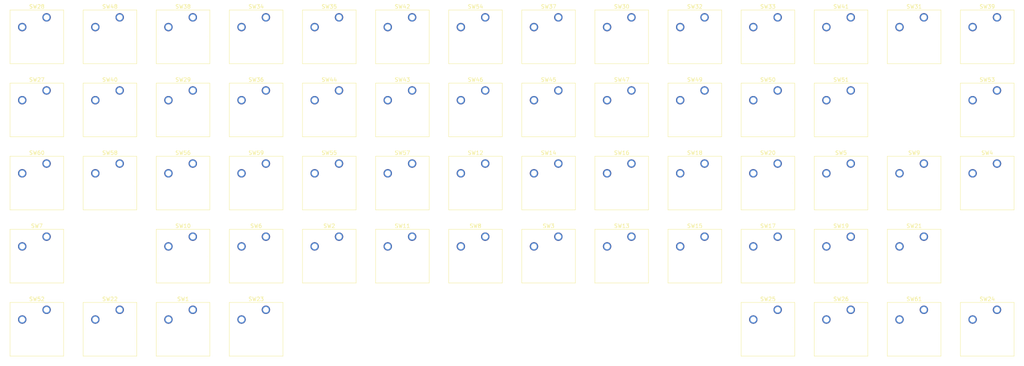
<source format=kicad_pcb>
(kicad_pcb (version 20210925) (generator pcbnew)
  (layers (0 "F.Cu" signal) (31 "B.Cu" signal) (34 "B.Paste" user) (35 "F.Paste" user) (36 "B.SilkS" user "B.Silkscreen") (37 "F.SilkS" user "F.Silkscreen") (38 "B.Mask" user) (39 "F.Mask" user) (44 "Edge.Cuts" user))
  (net 0 "")
  (footprint "Button_Switch_Keyboard:SW_Cherry_MX_1.00u_PCB" (layer "F.Cu") (at 152.4 95.25)
    (fp_text reference "SW34" (at -2.54 -2.794) (layer "F.SilkS"))
    (fp_text value "SW_Push")
    (pad "" np_thru_hole circle locked (at 2.54 5.08) (size 1.7 1.7) (drill 1.7) (layers *.Cu *.Mask))
    (pad "" np_thru_hole circle locked (at -2.54 5.08) (size 4 4) (drill 4) (layers *.Cu *.Mask))
    (pad "" np_thru_hole circle locked (at -7.62 5.08) (size 1.7 1.7) (drill 1.7) (layers *.Cu *.Mask))
    (pad "1" thru_hole circle locked (at 0 0) (size 2.2 2.2) (drill 1.5) (layers *.Cu *.Mask))
    (pad "2" thru_hole circle locked (at -6.35 2.54) (size 2.2 2.2) (drill 1.5) (layers *.Cu *.Mask))
  )
  (footprint "Button_Switch_Keyboard:SW_Cherry_MX_1.00u_PCB" (layer "F.Cu") (at 228.6 133.35)
    (fp_text reference "SW14" (at -2.54 -2.794) (layer "F.SilkS"))
    (fp_text value "SW_Push")
    (pad "" np_thru_hole circle locked (at -7.62 5.08) (size 1.7 1.7) (drill 1.7) (layers *.Cu *.Mask))
    (pad "" np_thru_hole circle locked (at -2.54 5.08) (size 4 4) (drill 4) (layers *.Cu *.Mask))
    (pad "" np_thru_hole circle locked (at 2.54 5.08) (size 1.7 1.7) (drill 1.7) (layers *.Cu *.Mask))
    (pad "1" thru_hole circle locked (at 0 0) (size 2.2 2.2) (drill 1.5) (layers *.Cu *.Mask))
    (pad "2" thru_hole circle locked (at -6.35 2.54) (size 2.2 2.2) (drill 1.5) (layers *.Cu *.Mask))
  )
  (footprint "Button_Switch_Keyboard:SW_Cherry_MX_1.00u_PCB" (layer "F.Cu") (at 190.5 152.4)
    (fp_text reference "SW11" (at -2.54 -2.794) (layer "F.SilkS"))
    (fp_text value "SW_Push")
    (pad "" np_thru_hole circle locked (at -2.54 5.08) (size 4 4) (drill 4) (layers *.Cu *.Mask))
    (pad "" np_thru_hole circle locked (at -7.62 5.08) (size 1.7 1.7) (drill 1.7) (layers *.Cu *.Mask))
    (pad "" np_thru_hole circle locked (at 2.54 5.08) (size 1.7 1.7) (drill 1.7) (layers *.Cu *.Mask))
    (pad "1" thru_hole circle locked (at 0 0) (size 2.2 2.2) (drill 1.5) (layers *.Cu *.Mask))
    (pad "2" thru_hole circle locked (at -6.35 2.54) (size 2.2 2.2) (drill 1.5) (layers *.Cu *.Mask))
  )
  (footprint "Button_Switch_Keyboard:SW_Cherry_MX_1.00u_PCB" (layer "F.Cu") (at 171.45 95.25)
    (fp_text reference "SW35" (at -2.54 -2.794) (layer "F.SilkS"))
    (fp_text value "SW_Push")
    (pad "" np_thru_hole circle locked (at -2.54 5.08) (size 4 4) (drill 4) (layers *.Cu *.Mask))
    (pad "" np_thru_hole circle locked (at -7.62 5.08) (size 1.7 1.7) (drill 1.7) (layers *.Cu *.Mask))
    (pad "" np_thru_hole circle locked (at 2.54 5.08) (size 1.7 1.7) (drill 1.7) (layers *.Cu *.Mask))
    (pad "1" thru_hole circle locked (at 0 0) (size 2.2 2.2) (drill 1.5) (layers *.Cu *.Mask))
    (pad "2" thru_hole circle locked (at -6.35 2.54) (size 2.2 2.2) (drill 1.5) (layers *.Cu *.Mask))
  )
  (footprint "Button_Switch_Keyboard:SW_Cherry_MX_1.00u_PCB" (layer "F.Cu") (at 266.7 152.4)
    (fp_text reference "SW15" (at -2.54 -2.794) (layer "F.SilkS"))
    (fp_text value "SW_Push")
    (pad "" np_thru_hole circle locked (at -2.54 5.08) (size 4 4) (drill 4) (layers *.Cu *.Mask))
    (pad "" np_thru_hole circle locked (at -7.62 5.08) (size 1.7 1.7) (drill 1.7) (layers *.Cu *.Mask))
    (pad "" np_thru_hole circle locked (at 2.54 5.08) (size 1.7 1.7) (drill 1.7) (layers *.Cu *.Mask))
    (pad "1" thru_hole circle locked (at 0 0) (size 2.2 2.2) (drill 1.5) (layers *.Cu *.Mask))
    (pad "2" thru_hole circle locked (at -6.35 2.54) (size 2.2 2.2) (drill 1.5) (layers *.Cu *.Mask))
  )
  (footprint "Button_Switch_Keyboard:SW_Cherry_MX_1.00u_PCB" (layer "F.Cu") (at 133.35 114.3)
    (fp_text reference "SW29" (at -2.54 -2.794) (layer "F.SilkS"))
    (fp_text value "SW_Push")
    (pad "" np_thru_hole circle locked (at 2.54 5.08) (size 1.7 1.7) (drill 1.7) (layers *.Cu *.Mask))
    (pad "" np_thru_hole circle locked (at -2.54 5.08) (size 4 4) (drill 4) (layers *.Cu *.Mask))
    (pad "" np_thru_hole circle locked (at -7.62 5.08) (size 1.7 1.7) (drill 1.7) (layers *.Cu *.Mask))
    (pad "1" thru_hole circle locked (at 0 0) (size 2.2 2.2) (drill 1.5) (layers *.Cu *.Mask))
    (pad "2" thru_hole circle locked (at -6.35 2.54) (size 2.2 2.2) (drill 1.5) (layers *.Cu *.Mask))
  )
  (footprint "Button_Switch_Keyboard:SW_Cherry_MX_1.00u_PCB" (layer "F.Cu") (at 209.55 133.35)
    (fp_text reference "SW12" (at -2.54 -2.794) (layer "F.SilkS"))
    (fp_text value "SW_Push")
    (pad "" np_thru_hole circle locked (at -2.54 5.08) (size 4 4) (drill 4) (layers *.Cu *.Mask))
    (pad "" np_thru_hole circle locked (at -7.62 5.08) (size 1.7 1.7) (drill 1.7) (layers *.Cu *.Mask))
    (pad "" np_thru_hole circle locked (at 2.54 5.08) (size 1.7 1.7) (drill 1.7) (layers *.Cu *.Mask))
    (pad "1" thru_hole circle locked (at 0 0) (size 2.2 2.2) (drill 1.5) (layers *.Cu *.Mask))
    (pad "2" thru_hole circle locked (at -6.35 2.54) (size 2.2 2.2) (drill 1.5) (layers *.Cu *.Mask))
  )
  (footprint "Button_Switch_Keyboard:SW_Cherry_MX_1.00u_PCB" (layer "F.Cu") (at 266.7 114.3)
    (fp_text reference "SW49" (at -2.54 -2.794) (layer "F.SilkS"))
    (fp_text value "SW_Push")
    (pad "" np_thru_hole circle locked (at 2.54 5.08) (size 1.7 1.7) (drill 1.7) (layers *.Cu *.Mask))
    (pad "" np_thru_hole circle locked (at -2.54 5.08) (size 4 4) (drill 4) (layers *.Cu *.Mask))
    (pad "" np_thru_hole circle locked (at -7.62 5.08) (size 1.7 1.7) (drill 1.7) (layers *.Cu *.Mask))
    (pad "1" thru_hole circle locked (at 0 0) (size 2.2 2.2) (drill 1.5) (layers *.Cu *.Mask))
    (pad "2" thru_hole circle locked (at -6.35 2.54) (size 2.2 2.2) (drill 1.5) (layers *.Cu *.Mask))
  )
  (footprint "Button_Switch_Keyboard:SW_Cherry_MX_1.00u_PCB" (layer "F.Cu") (at 342.9 95.25)
    (fp_text reference "SW39" (at -2.54 -2.794) (layer "F.SilkS"))
    (fp_text value "SW_Push")
    (pad "" np_thru_hole circle locked (at -7.62 5.08) (size 1.7 1.7) (drill 1.7) (layers *.Cu *.Mask))
    (pad "" np_thru_hole circle locked (at -2.54 5.08) (size 4 4) (drill 4) (layers *.Cu *.Mask))
    (pad "" np_thru_hole circle locked (at 2.54 5.08) (size 1.7 1.7) (drill 1.7) (layers *.Cu *.Mask))
    (pad "1" thru_hole circle locked (at 0 0) (size 2.2 2.2) (drill 1.5) (layers *.Cu *.Mask))
    (pad "2" thru_hole circle locked (at -6.35 2.54) (size 2.2 2.2) (drill 1.5) (layers *.Cu *.Mask))
  )
  (footprint "Button_Switch_Keyboard:SW_Cherry_MX_1.00u_PCB" (layer "F.Cu") (at 133.35 95.25)
    (fp_text reference "SW38" (at -2.54 -2.794) (layer "F.SilkS"))
    (fp_text value "SW_Push")
    (pad "" np_thru_hole circle locked (at 2.54 5.08) (size 1.7 1.7) (drill 1.7) (layers *.Cu *.Mask))
    (pad "" np_thru_hole circle locked (at -7.62 5.08) (size 1.7 1.7) (drill 1.7) (layers *.Cu *.Mask))
    (pad "" np_thru_hole circle locked (at -2.54 5.08) (size 4 4) (drill 4) (layers *.Cu *.Mask))
    (pad "1" thru_hole circle locked (at 0 0) (size 2.2 2.2) (drill 1.5) (layers *.Cu *.Mask))
    (pad "2" thru_hole circle locked (at -6.35 2.54) (size 2.2 2.2) (drill 1.5) (layers *.Cu *.Mask))
  )
  (footprint "Button_Switch_Keyboard:SW_Cherry_MX_1.00u_PCB" (layer "F.Cu") (at 133.35 171.45)
    (fp_text reference "SW1" (at -2.54 -2.794) (layer "F.SilkS"))
    (fp_text value "SW_Push")
    (pad "" np_thru_hole circle locked (at 2.54 5.08) (size 1.7 1.7) (drill 1.7) (layers *.Cu *.Mask))
    (pad "" np_thru_hole circle locked (at -7.62 5.08) (size 1.7 1.7) (drill 1.7) (layers *.Cu *.Mask))
    (pad "" np_thru_hole circle locked (at -2.54 5.08) (size 4 4) (drill 4) (layers *.Cu *.Mask))
    (pad "1" thru_hole circle locked (at 0 0) (size 2.2 2.2) (drill 1.5) (layers *.Cu *.Mask))
    (pad "2" thru_hole circle locked (at -6.35 2.54) (size 2.2 2.2) (drill 1.5) (layers *.Cu *.Mask))
  )
  (footprint "Button_Switch_Keyboard:SW_Cherry_MX_1.00u_PCB" (layer "F.Cu") (at 323.85 133.35)
    (fp_text reference "SW9" (at -2.54 -2.794) (layer "F.SilkS"))
    (fp_text value "SW_Push")
    (pad "" np_thru_hole circle locked (at 2.54 5.08) (size 1.7 1.7) (drill 1.7) (layers *.Cu *.Mask))
    (pad "" np_thru_hole circle locked (at -2.54 5.08) (size 4 4) (drill 4) (layers *.Cu *.Mask))
    (pad "" np_thru_hole circle locked (at -7.62 5.08) (size 1.7 1.7) (drill 1.7) (layers *.Cu *.Mask))
    (pad "1" thru_hole circle locked (at 0 0) (size 2.2 2.2) (drill 1.5) (layers *.Cu *.Mask))
    (pad "2" thru_hole circle locked (at -6.35 2.54) (size 2.2 2.2) (drill 1.5) (layers *.Cu *.Mask))
  )
  (footprint "Button_Switch_Keyboard:SW_Cherry_MX_1.00u_PCB" (layer "F.Cu") (at 209.55 152.4)
    (fp_text reference "SW8" (at -2.54 -2.794) (layer "F.SilkS"))
    (fp_text value "SW_Push")
    (pad "" np_thru_hole circle locked (at -7.62 5.08) (size 1.7 1.7) (drill 1.7) (layers *.Cu *.Mask))
    (pad "" np_thru_hole circle locked (at -2.54 5.08) (size 4 4) (drill 4) (layers *.Cu *.Mask))
    (pad "" np_thru_hole circle locked (at 2.54 5.08) (size 1.7 1.7) (drill 1.7) (layers *.Cu *.Mask))
    (pad "1" thru_hole circle locked (at 0 0) (size 2.2 2.2) (drill 1.5) (layers *.Cu *.Mask))
    (pad "2" thru_hole circle locked (at -6.35 2.54) (size 2.2 2.2) (drill 1.5) (layers *.Cu *.Mask))
  )
  (footprint "Button_Switch_Keyboard:SW_Cherry_MX_1.00u_PCB" (layer "F.Cu") (at 285.75 133.35)
    (fp_text reference "SW20" (at -2.54 -2.794) (layer "F.SilkS"))
    (fp_text value "SW_Push")
    (pad "" np_thru_hole circle locked (at -2.54 5.08) (size 4 4) (drill 4) (layers *.Cu *.Mask))
    (pad "" np_thru_hole circle locked (at 2.54 5.08) (size 1.7 1.7) (drill 1.7) (layers *.Cu *.Mask))
    (pad "" np_thru_hole circle locked (at -7.62 5.08) (size 1.7 1.7) (drill 1.7) (layers *.Cu *.Mask))
    (pad "1" thru_hole circle locked (at 0 0) (size 2.2 2.2) (drill 1.5) (layers *.Cu *.Mask))
    (pad "2" thru_hole circle locked (at -6.35 2.54) (size 2.2 2.2) (drill 1.5) (layers *.Cu *.Mask))
  )
  (footprint "Button_Switch_Keyboard:SW_Cherry_MX_1.00u_PCB" (layer "F.Cu") (at 152.4 171.45)
    (fp_text reference "SW23" (at -2.54 -2.794) (layer "F.SilkS"))
    (fp_text value "SW_Push")
    (pad "" np_thru_hole circle locked (at -7.62 5.08) (size 1.7 1.7) (drill 1.7) (layers *.Cu *.Mask))
    (pad "" np_thru_hole circle locked (at -2.54 5.08) (size 4 4) (drill 4) (layers *.Cu *.Mask))
    (pad "" np_thru_hole circle locked (at 2.54 5.08) (size 1.7 1.7) (drill 1.7) (layers *.Cu *.Mask))
    (pad "1" thru_hole circle locked (at 0 0) (size 2.2 2.2) (drill 1.5) (layers *.Cu *.Mask))
    (pad "2" thru_hole circle locked (at -6.35 2.54) (size 2.2 2.2) (drill 1.5) (layers *.Cu *.Mask))
  )
  (footprint "Button_Switch_Keyboard:SW_Cherry_MX_1.00u_PCB" (layer "F.Cu") (at 171.45 133.35)
    (fp_text reference "SW55" (at -2.54 -2.794) (layer "F.SilkS"))
    (fp_text value "SW_Push")
    (pad "" np_thru_hole circle locked (at -7.62 5.08) (size 1.7 1.7) (drill 1.7) (layers *.Cu *.Mask))
    (pad "" np_thru_hole circle locked (at 2.54 5.08) (size 1.7 1.7) (drill 1.7) (layers *.Cu *.Mask))
    (pad "" np_thru_hole circle locked (at -2.54 5.08) (size 4 4) (drill 4) (layers *.Cu *.Mask))
    (pad "1" thru_hole circle locked (at 0 0) (size 2.2 2.2) (drill 1.5) (layers *.Cu *.Mask))
    (pad "2" thru_hole circle locked (at -6.35 2.54) (size 2.2 2.2) (drill 1.5) (layers *.Cu *.Mask))
  )
  (footprint "Button_Switch_Keyboard:SW_Cherry_MX_1.00u_PCB" (layer "F.Cu") (at 114.3 114.3)
    (fp_text reference "SW40" (at -2.54 -2.794) (layer "F.SilkS"))
    (fp_text value "SW_Push")
    (pad "" np_thru_hole circle locked (at -7.62 5.08) (size 1.7 1.7) (drill 1.7) (layers *.Cu *.Mask))
    (pad "" np_thru_hole circle locked (at -2.54 5.08) (size 4 4) (drill 4) (layers *.Cu *.Mask))
    (pad "" np_thru_hole circle locked (at 2.54 5.08) (size 1.7 1.7) (drill 1.7) (layers *.Cu *.Mask))
    (pad "1" thru_hole circle locked (at 0 0) (size 2.2 2.2) (drill 1.5) (layers *.Cu *.Mask))
    (pad "2" thru_hole circle locked (at -6.35 2.54) (size 2.2 2.2) (drill 1.5) (layers *.Cu *.Mask))
  )
  (footprint "Button_Switch_Keyboard:SW_Cherry_MX_1.00u_PCB" (layer "F.Cu") (at 114.3 95.25)
    (fp_text reference "SW48" (at -2.54 -2.794) (layer "F.SilkS"))
    (fp_text value "SW_Push")
    (pad "" np_thru_hole circle locked (at -2.54 5.08) (size 4 4) (drill 4) (layers *.Cu *.Mask))
    (pad "" np_thru_hole circle locked (at 2.54 5.08) (size 1.7 1.7) (drill 1.7) (layers *.Cu *.Mask))
    (pad "" np_thru_hole circle locked (at -7.62 5.08) (size 1.7 1.7) (drill 1.7) (layers *.Cu *.Mask))
    (pad "1" thru_hole circle locked (at 0 0) (size 2.2 2.2) (drill 1.5) (layers *.Cu *.Mask))
    (pad "2" thru_hole circle locked (at -6.35 2.54) (size 2.2 2.2) (drill 1.5) (layers *.Cu *.Mask))
  )
  (footprint "Button_Switch_Keyboard:SW_Cherry_MX_1.00u_PCB" (layer "F.Cu") (at 323.85 95.25)
    (fp_text reference "SW31" (at -2.54 -2.794) (layer "F.SilkS"))
    (fp_text value "SW_Push")
    (pad "" np_thru_hole circle locked (at 2.54 5.08) (size 1.7 1.7) (drill 1.7) (layers *.Cu *.Mask))
    (pad "" np_thru_hole circle locked (at -2.54 5.08) (size 4 4) (drill 4) (layers *.Cu *.Mask))
    (pad "" np_thru_hole circle locked (at -7.62 5.08) (size 1.7 1.7) (drill 1.7) (layers *.Cu *.Mask))
    (pad "1" thru_hole circle locked (at 0 0) (size 2.2 2.2) (drill 1.5) (layers *.Cu *.Mask))
    (pad "2" thru_hole circle locked (at -6.35 2.54) (size 2.2 2.2) (drill 1.5) (layers *.Cu *.Mask))
  )
  (footprint "Button_Switch_Keyboard:SW_Cherry_MX_1.00u_PCB" (layer "F.Cu") (at 342.9 133.35)
    (fp_text reference "SW4" (at -2.54 -2.794) (layer "F.SilkS"))
    (fp_text value "SW_Push")
    (pad "" np_thru_hole circle locked (at -7.62 5.08) (size 1.7 1.7) (drill 1.7) (layers *.Cu *.Mask))
    (pad "" np_thru_hole circle locked (at -2.54 5.08) (size 4 4) (drill 4) (layers *.Cu *.Mask))
    (pad "" np_thru_hole circle locked (at 2.54 5.08) (size 1.7 1.7) (drill 1.7) (layers *.Cu *.Mask))
    (pad "1" thru_hole circle locked (at 0 0) (size 2.2 2.2) (drill 1.5) (layers *.Cu *.Mask))
    (pad "2" thru_hole circle locked (at -6.35 2.54) (size 2.2 2.2) (drill 1.5) (layers *.Cu *.Mask))
  )
  (footprint "Button_Switch_Keyboard:SW_Cherry_MX_1.00u_PCB" (layer "F.Cu") (at 209.55 114.3)
    (fp_text reference "SW46" (at -2.54 -2.794) (layer "F.SilkS"))
    (fp_text value "SW_Push")
    (pad "" np_thru_hole circle locked (at -2.54 5.08) (size 4 4) (drill 4) (layers *.Cu *.Mask))
    (pad "" np_thru_hole circle locked (at 2.54 5.08) (size 1.7 1.7) (drill 1.7) (layers *.Cu *.Mask))
    (pad "" np_thru_hole circle locked (at -7.62 5.08) (size 1.7 1.7) (drill 1.7) (layers *.Cu *.Mask))
    (pad "1" thru_hole circle locked (at 0 0) (size 2.2 2.2) (drill 1.5) (layers *.Cu *.Mask))
    (pad "2" thru_hole circle locked (at -6.35 2.54) (size 2.2 2.2) (drill 1.5) (layers *.Cu *.Mask))
  )
  (footprint "Button_Switch_Keyboard:SW_Cherry_MX_1.00u_PCB" (layer "F.Cu") (at 209.55 95.25)
    (fp_text reference "SW54" (at -2.54 -2.794) (layer "F.SilkS"))
    (fp_text value "SW_Push")
    (pad "" np_thru_hole circle locked (at -7.62 5.08) (size 1.7 1.7) (drill 1.7) (layers *.Cu *.Mask))
    (pad "" np_thru_hole circle locked (at -2.54 5.08) (size 4 4) (drill 4) (layers *.Cu *.Mask))
    (pad "" np_thru_hole circle locked (at 2.54 5.08) (size 1.7 1.7) (drill 1.7) (layers *.Cu *.Mask))
    (pad "1" thru_hole circle locked (at 0 0) (size 2.2 2.2) (drill 1.5) (layers *.Cu *.Mask))
    (pad "2" thru_hole circle locked (at -6.35 2.54) (size 2.2 2.2) (drill 1.5) (layers *.Cu *.Mask))
  )
  (footprint "Button_Switch_Keyboard:SW_Cherry_MX_1.00u_PCB" (layer "F.Cu") (at 95.25 133.35)
    (fp_text reference "SW60" (at -2.54 -2.794) (layer "F.SilkS"))
    (fp_text value "SW_Push")
    (pad "" np_thru_hole circle locked (at -7.62 5.08) (size 1.7 1.7) (drill 1.7) (layers *.Cu *.Mask))
    (pad "" np_thru_hole circle locked (at -2.54 5.08) (size 4 4) (drill 4) (layers *.Cu *.Mask))
    (pad "" np_thru_hole circle locked (at 2.54 5.08) (size 1.7 1.7) (drill 1.7) (layers *.Cu *.Mask))
    (pad "1" thru_hole circle locked (at 0 0) (size 2.2 2.2) (drill 1.5) (layers *.Cu *.Mask))
    (pad "2" thru_hole circle locked (at -6.35 2.54) (size 2.2 2.2) (drill 1.5) (layers *.Cu *.Mask))
  )
  (footprint "Button_Switch_Keyboard:SW_Cherry_MX_1.00u_PCB" (layer "F.Cu") (at 247.65 114.3)
    (fp_text reference "SW47" (at -2.54 -2.794) (layer "F.SilkS"))
    (fp_text value "SW_Push")
    (pad "" np_thru_hole circle locked (at -7.62 5.08) (size 1.7 1.7) (drill 1.7) (layers *.Cu *.Mask))
    (pad "" np_thru_hole circle locked (at 2.54 5.08) (size 1.7 1.7) (drill 1.7) (layers *.Cu *.Mask))
    (pad "" np_thru_hole circle locked (at -2.54 5.08) (size 4 4) (drill 4) (layers *.Cu *.Mask))
    (pad "1" thru_hole circle locked (at 0 0) (size 2.2 2.2) (drill 1.5) (layers *.Cu *.Mask))
    (pad "2" thru_hole circle locked (at -6.35 2.54) (size 2.2 2.2) (drill 1.5) (layers *.Cu *.Mask))
  )
  (footprint "Button_Switch_Keyboard:SW_Cherry_MX_1.00u_PCB" (layer "F.Cu") (at 285.75 171.45)
    (fp_text reference "SW25" (at -2.54 -2.794) (layer "F.SilkS"))
    (fp_text value "SW_Push")
    (pad "" np_thru_hole circle locked (at 2.54 5.08) (size 1.7 1.7) (drill 1.7) (layers *.Cu *.Mask))
    (pad "" np_thru_hole circle locked (at -2.54 5.08) (size 4 4) (drill 4) (layers *.Cu *.Mask))
    (pad "" np_thru_hole circle locked (at -7.62 5.08) (size 1.7 1.7) (drill 1.7) (layers *.Cu *.Mask))
    (pad "1" thru_hole circle locked (at 0 0) (size 2.2 2.2) (drill 1.5) (layers *.Cu *.Mask))
    (pad "2" thru_hole circle locked (at -6.35 2.54) (size 2.2 2.2) (drill 1.5) (layers *.Cu *.Mask))
  )
  (footprint "Button_Switch_Keyboard:SW_Cherry_MX_1.00u_PCB" (layer "F.Cu") (at 304.8 133.35)
    (fp_text reference "SW5" (at -2.54 -2.794) (layer "F.SilkS"))
    (fp_text value "SW_Push")
    (pad "" np_thru_hole circle locked (at -2.54 5.08) (size 4 4) (drill 4) (layers *.Cu *.Mask))
    (pad "" np_thru_hole circle locked (at -7.62 5.08) (size 1.7 1.7) (drill 1.7) (layers *.Cu *.Mask))
    (pad "" np_thru_hole circle locked (at 2.54 5.08) (size 1.7 1.7) (drill 1.7) (layers *.Cu *.Mask))
    (pad "1" thru_hole circle locked (at 0 0) (size 2.2 2.2) (drill 1.5) (layers *.Cu *.Mask))
    (pad "2" thru_hole circle locked (at -6.35 2.54) (size 2.2 2.2) (drill 1.5) (layers *.Cu *.Mask))
  )
  (footprint "Button_Switch_Keyboard:SW_Cherry_MX_1.00u_PCB" (layer "F.Cu") (at 304.8 95.25)
    (fp_text reference "SW41" (at -2.54 -2.794) (layer "F.SilkS"))
    (fp_text value "SW_Push")
    (pad "" np_thru_hole circle locked (at 2.54 5.08) (size 1.7 1.7) (drill 1.7) (layers *.Cu *.Mask))
    (pad "" np_thru_hole circle locked (at -2.54 5.08) (size 4 4) (drill 4) (layers *.Cu *.Mask))
    (pad "" np_thru_hole circle locked (at -7.62 5.08) (size 1.7 1.7) (drill 1.7) (layers *.Cu *.Mask))
    (pad "1" thru_hole circle locked (at 0 0) (size 2.2 2.2) (drill 1.5) (layers *.Cu *.Mask))
    (pad "2" thru_hole circle locked (at -6.35 2.54) (size 2.2 2.2) (drill 1.5) (layers *.Cu *.Mask))
  )
  (footprint "Button_Switch_Keyboard:SW_Cherry_MX_1.00u_PCB" (layer "F.Cu") (at 285.75 114.3)
    (fp_text reference "SW50" (at -2.54 -2.794) (layer "F.SilkS"))
    (fp_text value "SW_Push")
    (pad "" np_thru_hole circle locked (at 2.54 5.08) (size 1.7 1.7) (drill 1.7) (layers *.Cu *.Mask))
    (pad "" np_thru_hole circle locked (at -7.62 5.08) (size 1.7 1.7) (drill 1.7) (layers *.Cu *.Mask))
    (pad "" np_thru_hole circle locked (at -2.54 5.08) (size 4 4) (drill 4) (layers *.Cu *.Mask))
    (pad "1" thru_hole circle locked (at 0 0) (size 2.2 2.2) (drill 1.5) (layers *.Cu *.Mask))
    (pad "2" thru_hole circle locked (at -6.35 2.54) (size 2.2 2.2) (drill 1.5) (layers *.Cu *.Mask))
  )
  (footprint "Button_Switch_Keyboard:SW_Cherry_MX_1.00u_PCB" (layer "F.Cu") (at 190.5 133.35)
    (fp_text reference "SW57" (at -2.54 -2.794) (layer "F.SilkS"))
    (fp_text value "SW_Push")
    (pad "" np_thru_hole circle locked (at -2.54 5.08) (size 4 4) (drill 4) (layers *.Cu *.Mask))
    (pad "" np_thru_hole circle locked (at -7.62 5.08) (size 1.7 1.7) (drill 1.7) (layers *.Cu *.Mask))
    (pad "" np_thru_hole circle locked (at 2.54 5.08) (size 1.7 1.7) (drill 1.7) (layers *.Cu *.Mask))
    (pad "1" thru_hole circle locked (at 0 0) (size 2.2 2.2) (drill 1.5) (layers *.Cu *.Mask))
    (pad "2" thru_hole circle locked (at -6.35 2.54) (size 2.2 2.2) (drill 1.5) (layers *.Cu *.Mask))
  )
  (footprint "Button_Switch_Keyboard:SW_Cherry_MX_1.00u_PCB" (layer "F.Cu") (at 228.6 114.3)
    (fp_text reference "SW45" (at -2.54 -2.794) (layer "F.SilkS"))
    (fp_text value "SW_Push")
    (pad "" np_thru_hole circle locked (at -7.62 5.08) (size 1.7 1.7) (drill 1.7) (layers *.Cu *.Mask))
    (pad "" np_thru_hole circle locked (at 2.54 5.08) (size 1.7 1.7) (drill 1.7) (layers *.Cu *.Mask))
    (pad "" np_thru_hole circle locked (at -2.54 5.08) (size 4 4) (drill 4) (layers *.Cu *.Mask))
    (pad "1" thru_hole circle locked (at 0 0) (size 2.2 2.2) (drill 1.5) (layers *.Cu *.Mask))
    (pad "2" thru_hole circle locked (at -6.35 2.54) (size 2.2 2.2) (drill 1.5) (layers *.Cu *.Mask))
  )
  (footprint "Button_Switch_Keyboard:SW_Cherry_MX_1.00u_PCB" (layer "F.Cu") (at 95.25 95.25)
    (fp_text reference "SW28" (at -2.54 -2.794) (layer "F.SilkS"))
    (fp_text value "SW_Push")
    (pad "" np_thru_hole circle locked (at 2.54 5.08) (size 1.7 1.7) (drill 1.7) (layers *.Cu *.Mask))
    (pad "" np_thru_hole circle locked (at -7.62 5.08) (size 1.7 1.7) (drill 1.7) (layers *.Cu *.Mask))
    (pad "" np_thru_hole circle locked (at -2.54 5.08) (size 4 4) (drill 4) (layers *.Cu *.Mask))
    (pad "1" thru_hole circle locked (at 0 0) (size 2.2 2.2) (drill 1.5) (layers *.Cu *.Mask))
    (pad "2" thru_hole circle locked (at -6.35 2.54) (size 2.2 2.2) (drill 1.5) (layers *.Cu *.Mask))
  )
  (footprint "Button_Switch_Keyboard:SW_Cherry_MX_1.00u_PCB" (layer "F.Cu") (at 95.25 171.45)
    (fp_text reference "SW52" (at -2.54 -2.794) (layer "F.SilkS"))
    (fp_text value "SW_Push")
    (pad "" np_thru_hole circle locked (at -2.54 5.08) (size 4 4) (drill 4) (layers *.Cu *.Mask))
    (pad "" np_thru_hole circle locked (at -7.62 5.08) (size 1.7 1.7) (drill 1.7) (layers *.Cu *.Mask))
    (pad "" np_thru_hole circle locked (at 2.54 5.08) (size 1.7 1.7) (drill 1.7) (layers *.Cu *.Mask))
    (pad "1" thru_hole circle locked (at 0 0) (size 2.2 2.2) (drill 1.5) (layers *.Cu *.Mask))
    (pad "2" thru_hole circle locked (at -6.35 2.54) (size 2.2 2.2) (drill 1.5) (layers *.Cu *.Mask))
  )
  (footprint "Button_Switch_Keyboard:SW_Cherry_MX_1.00u_PCB" (layer "F.Cu") (at 266.7 95.25)
    (fp_text reference "SW32" (at -2.54 -2.794) (layer "F.SilkS"))
    (fp_text value "SW_Push")
    (pad "" np_thru_hole circle locked (at 2.54 5.08) (size 1.7 1.7) (drill 1.7) (layers *.Cu *.Mask))
    (pad "" np_thru_hole circle locked (at -7.62 5.08) (size 1.7 1.7) (drill 1.7) (layers *.Cu *.Mask))
    (pad "" np_thru_hole circle locked (at -2.54 5.08) (size 4 4) (drill 4) (layers *.Cu *.Mask))
    (pad "1" thru_hole circle locked (at 0 0) (size 2.2 2.2) (drill 1.5) (layers *.Cu *.Mask))
    (pad "2" thru_hole circle locked (at -6.35 2.54) (size 2.2 2.2) (drill 1.5) (layers *.Cu *.Mask))
  )
  (footprint "Button_Switch_Keyboard:SW_Cherry_MX_1.00u_PCB" (layer "F.Cu") (at 266.7 133.35)
    (fp_text reference "SW18" (at -2.54 -2.794) (layer "F.SilkS"))
    (fp_text value "SW_Push")
    (pad "" np_thru_hole circle locked (at -2.54 5.08) (size 4 4) (drill 4) (layers *.Cu *.Mask))
    (pad "" np_thru_hole circle locked (at 2.54 5.08) (size 1.7 1.7) (drill 1.7) (layers *.Cu *.Mask))
    (pad "" np_thru_hole circle locked (at -7.62 5.08) (size 1.7 1.7) (drill 1.7) (layers *.Cu *.Mask))
    (pad "1" thru_hole circle locked (at 0 0) (size 2.2 2.2) (drill 1.5) (layers *.Cu *.Mask))
    (pad "2" thru_hole circle locked (at -6.35 2.54) (size 2.2 2.2) (drill 1.5) (layers *.Cu *.Mask))
  )
  (footprint "Button_Switch_Keyboard:SW_Cherry_MX_1.00u_PCB" (layer "F.Cu") (at 133.35 133.35)
    (fp_text reference "SW56" (at -2.54 -2.794) (layer "F.SilkS"))
    (fp_text value "SW_Push")
    (pad "" np_thru_hole circle locked (at -7.62 5.08) (size 1.7 1.7) (drill 1.7) (layers *.Cu *.Mask))
    (pad "" np_thru_hole circle locked (at 2.54 5.08) (size 1.7 1.7) (drill 1.7) (layers *.Cu *.Mask))
    (pad "" np_thru_hole circle locked (at -2.54 5.08) (size 4 4) (drill 4) (layers *.Cu *.Mask))
    (pad "1" thru_hole circle locked (at 0 0) (size 2.2 2.2) (drill 1.5) (layers *.Cu *.Mask))
    (pad "2" thru_hole circle locked (at -6.35 2.54) (size 2.2 2.2) (drill 1.5) (layers *.Cu *.Mask))
  )
  (footprint "Button_Switch_Keyboard:SW_Cherry_MX_1.00u_PCB" (layer "F.Cu") (at 95.25 114.3)
    (fp_text reference "SW27" (at -2.54 -2.794) (layer "F.SilkS"))
    (fp_text value "SW_Push")
    (pad "" np_thru_hole circle locked (at -7.62 5.08) (size 1.7 1.7) (drill 1.7) (layers *.Cu *.Mask))
    (pad "" np_thru_hole circle locked (at 2.54 5.08) (size 1.7 1.7) (drill 1.7) (layers *.Cu *.Mask))
    (pad "" np_thru_hole circle locked (at -2.54 5.08) (size 4 4) (drill 4) (layers *.Cu *.Mask))
    (pad "1" thru_hole circle locked (at 0 0) (size 2.2 2.2) (drill 1.5) (layers *.Cu *.Mask))
    (pad "2" thru_hole circle locked (at -6.35 2.54) (size 2.2 2.2) (drill 1.5) (layers *.Cu *.Mask))
  )
  (footprint "Button_Switch_Keyboard:SW_Cherry_MX_1.00u_PCB" (layer "F.Cu") (at 133.35 152.4)
    (fp_text reference "SW10" (at -2.54 -2.794) (layer "F.SilkS"))
    (fp_text value "SW_Push")
    (pad "" np_thru_hole circle locked (at -2.54 5.08) (size 4 4) (drill 4) (layers *.Cu *.Mask))
    (pad "" np_thru_hole circle locked (at -7.62 5.08) (size 1.7 1.7) (drill 1.7) (layers *.Cu *.Mask))
    (pad "" np_thru_hole circle locked (at 2.54 5.08) (size 1.7 1.7) (drill 1.7) (layers *.Cu *.Mask))
    (pad "1" thru_hole circle locked (at 0 0) (size 2.2 2.2) (drill 1.5) (layers *.Cu *.Mask))
    (pad "2" thru_hole circle locked (at -6.35 2.54) (size 2.2 2.2) (drill 1.5) (layers *.Cu *.Mask))
  )
  (footprint "Button_Switch_Keyboard:SW_Cherry_MX_1.00u_PCB" (layer "F.Cu") (at 152.4 114.3)
    (fp_text reference "SW36" (at -2.54 -2.794) (layer "F.SilkS"))
    (fp_text value "SW_Push")
    (pad "" np_thru_hole circle locked (at -7.62 5.08) (size 1.7 1.7) (drill 1.7) (layers *.Cu *.Mask))
    (pad "" np_thru_hole circle locked (at -2.54 5.08) (size 4 4) (drill 4) (layers *.Cu *.Mask))
    (pad "" np_thru_hole circle locked (at 2.54 5.08) (size 1.7 1.7) (drill 1.7) (layers *.Cu *.Mask))
    (pad "1" thru_hole circle locked (at 0 0) (size 2.2 2.2) (drill 1.5) (layers *.Cu *.Mask))
    (pad "2" thru_hole circle locked (at -6.35 2.54) (size 2.2 2.2) (drill 1.5) (layers *.Cu *.Mask))
  )
  (footprint "Button_Switch_Keyboard:SW_Cherry_MX_1.00u_PCB" (layer "F.Cu") (at 190.5 114.3)
    (fp_text reference "SW43" (at -2.54 -2.794) (layer "F.SilkS"))
    (fp_text value "SW_Push")
    (pad "" np_thru_hole circle locked (at -2.54 5.08) (size 4 4) (drill 4) (layers *.Cu *.Mask))
    (pad "" np_thru_hole circle locked (at 2.54 5.08) (size 1.7 1.7) (drill 1.7) (layers *.Cu *.Mask))
    (pad "" np_thru_hole circle locked (at -7.62 5.08) (size 1.7 1.7) (drill 1.7) (layers *.Cu *.Mask))
    (pad "1" thru_hole circle locked (at 0 0) (size 2.2 2.2) (drill 1.5) (layers *.Cu *.Mask))
    (pad "2" thru_hole circle locked (at -6.35 2.54) (size 2.2 2.2) (drill 1.5) (layers *.Cu *.Mask))
  )
  (footprint "Button_Switch_Keyboard:SW_Cherry_MX_1.00u_PCB" (layer "F.Cu") (at 285.75 152.4)
    (fp_text reference "SW17" (at -2.54 -2.794) (layer "F.SilkS"))
    (fp_text value "SW_Push")
    (pad "" np_thru_hole circle locked (at 2.54 5.08) (size 1.7 1.7) (drill 1.7) (layers *.Cu *.Mask))
    (pad "" np_thru_hole circle locked (at -7.62 5.08) (size 1.7 1.7) (drill 1.7) (layers *.Cu *.Mask))
    (pad "" np_thru_hole circle locked (at -2.54 5.08) (size 4 4) (drill 4) (layers *.Cu *.Mask))
    (pad "1" thru_hole circle locked (at 0 0) (size 2.2 2.2) (drill 1.5) (layers *.Cu *.Mask))
    (pad "2" thru_hole circle locked (at -6.35 2.54) (size 2.2 2.2) (drill 1.5) (layers *.Cu *.Mask))
  )
  (footprint "Button_Switch_Keyboard:SW_Cherry_MX_1.00u_PCB" (layer "F.Cu") (at 247.65 133.35)
    (fp_text reference "SW16" (at -2.54 -2.794) (layer "F.SilkS"))
    (fp_text value "SW_Push")
    (pad "" np_thru_hole circle locked (at 2.54 5.08) (size 1.7 1.7) (drill 1.7) (layers *.Cu *.Mask))
    (pad "" np_thru_hole circle locked (at -7.62 5.08) (size 1.7 1.7) (drill 1.7) (layers *.Cu *.Mask))
    (pad "" np_thru_hole circle locked (at -2.54 5.08) (size 4 4) (drill 4) (layers *.Cu *.Mask))
    (pad "1" thru_hole circle locked (at 0 0) (size 2.2 2.2) (drill 1.5) (layers *.Cu *.Mask))
    (pad "2" thru_hole circle locked (at -6.35 2.54) (size 2.2 2.2) (drill 1.5) (layers *.Cu *.Mask))
  )
  (footprint "Button_Switch_Keyboard:SW_Cherry_MX_1.00u_PCB" (layer "F.Cu") (at 304.8 114.3)
    (fp_text reference "SW51" (at -2.54 -2.794) (layer "F.SilkS"))
    (fp_text value "SW_Push")
    (pad "" np_thru_hole circle locked (at -2.54 5.08) (size 4 4) (drill 4) (layers *.Cu *.Mask))
    (pad "" np_thru_hole circle locked (at -7.62 5.08) (size 1.7 1.7) (drill 1.7) (layers *.Cu *.Mask))
    (pad "" np_thru_hole circle locked (at 2.54 5.08) (size 1.7 1.7) (drill 1.7) (layers *.Cu *.Mask))
    (pad "1" thru_hole circle locked (at 0 0) (size 2.2 2.2) (drill 1.5) (layers *.Cu *.Mask))
    (pad "2" thru_hole circle locked (at -6.35 2.54) (size 2.2 2.2) (drill 1.5) (layers *.Cu *.Mask))
  )
  (footprint "Button_Switch_Keyboard:SW_Cherry_MX_1.00u_PCB" (layer "F.Cu") (at 114.3 171.45)
    (fp_text reference "SW22" (at -2.54 -2.794) (layer "F.SilkS"))
    (fp_text value "SW_Push")
    (pad "" np_thru_hole circle locked (at -2.54 5.08) (size 4 4) (drill 4) (layers *.Cu *.Mask))
    (pad "" np_thru_hole circle locked (at -7.62 5.08) (size 1.7 1.7) (drill 1.7) (layers *.Cu *.Mask))
    (pad "" np_thru_hole circle locked (at 2.54 5.08) (size 1.7 1.7) (drill 1.7) (layers *.Cu *.Mask))
    (pad "1" thru_hole circle locked (at 0 0) (size 2.2 2.2) (drill 1.5) (layers *.Cu *.Mask))
    (pad "2" thru_hole circle locked (at -6.35 2.54) (size 2.2 2.2) (drill 1.5) (layers *.Cu *.Mask))
  )
  (footprint "Button_Switch_Keyboard:SW_Cherry_MX_1.00u_PCB" (layer "F.Cu") (at 228.6 95.25)
    (fp_text reference "SW37" (at -2.54 -2.794) (layer "F.SilkS"))
    (fp_text value "SW_Push")
    (pad "" np_thru_hole circle locked (at -2.54 5.08) (size 4 4) (drill 4) (layers *.Cu *.Mask))
    (pad "" np_thru_hole circle locked (at 2.54 5.08) (size 1.7 1.7) (drill 1.7) (layers *.Cu *.Mask))
    (pad "" np_thru_hole circle locked (at -7.62 5.08) (size 1.7 1.7) (drill 1.7) (layers *.Cu *.Mask))
    (pad "1" thru_hole circle locked (at 0 0) (size 2.2 2.2) (drill 1.5) (layers *.Cu *.Mask))
    (pad "2" thru_hole circle locked (at -6.35 2.54) (size 2.2 2.2) (drill 1.5) (layers *.Cu *.Mask))
  )
  (footprint "Button_Switch_Keyboard:SW_Cherry_MX_1.00u_PCB" (layer "F.Cu") (at 323.85 171.45)
    (fp_text reference "SW61" (at -2.54 -2.794) (layer "F.SilkS"))
    (fp_text value "SW_Push")
    (pad "" np_thru_hole circle locked (at -7.62 5.08) (size 1.7 1.7) (drill 1.7) (layers *.Cu *.Mask))
    (pad "" np_thru_hole circle locked (at -2.54 5.08) (size 4 4) (drill 4) (layers *.Cu *.Mask))
    (pad "" np_thru_hole circle locked (at 2.54 5.08) (size 1.7 1.7) (drill 1.7) (layers *.Cu *.Mask))
    (pad "1" thru_hole circle locked (at 0 0) (size 2.2 2.2) (drill 1.5) (layers *.Cu *.Mask))
    (pad "2" thru_hole circle locked (at -6.35 2.54) (size 2.2 2.2) (drill 1.5) (layers *.Cu *.Mask))
  )
  (footprint "Button_Switch_Keyboard:SW_Cherry_MX_1.00u_PCB" (layer "F.Cu") (at 152.4 133.35)
    (fp_text reference "SW59" (at -2.54 -2.794) (layer "F.SilkS"))
    (fp_text value "SW_Push")
    (pad "" np_thru_hole circle locked (at -7.62 5.08) (size 1.7 1.7) (drill 1.7) (layers *.Cu *.Mask))
    (pad "" np_thru_hole circle locked (at 2.54 5.08) (size 1.7 1.7) (drill 1.7) (layers *.Cu *.Mask))
    (pad "" np_thru_hole circle locked (at -2.54 5.08) (size 4 4) (drill 4) (layers *.Cu *.Mask))
    (pad "1" thru_hole circle locked (at 0 0) (size 2.2 2.2) (drill 1.5) (layers *.Cu *.Mask))
    (pad "2" thru_hole circle locked (at -6.35 2.54) (size 2.2 2.2) (drill 1.5) (layers *.Cu *.Mask))
  )
  (footprint "Button_Switch_Keyboard:SW_Cherry_MX_1.00u_PCB" (layer "F.Cu") (at 228.6 152.4)
    (fp_text reference "SW3" (at -2.54 -2.794) (layer "F.SilkS"))
    (fp_text value "SW_Push")
    (pad "" np_thru_hole circle locked (at -2.54 5.08) (size 4 4) (drill 4) (layers *.Cu *.Mask))
    (pad "" np_thru_hole circle locked (at -7.62 5.08) (size 1.7 1.7) (drill 1.7) (layers *.Cu *.Mask))
    (pad "" np_thru_hole circle locked (at 2.54 5.08) (size 1.7 1.7) (drill 1.7) (layers *.Cu *.Mask))
    (pad "1" thru_hole circle locked (at 0 0) (size 2.2 2.2) (drill 1.5) (layers *.Cu *.Mask))
    (pad "2" thru_hole circle locked (at -6.35 2.54) (size 2.2 2.2) (drill 1.5) (layers *.Cu *.Mask))
  )
  (footprint "Button_Switch_Keyboard:SW_Cherry_MX_1.00u_PCB" (layer "F.Cu") (at 152.4 152.4)
    (fp_text reference "SW6" (at -2.54 -2.794) (layer "F.SilkS"))
    (fp_text value "SW_Push")
    (pad "" np_thru_hole circle locked (at -7.62 5.08) (size 1.7 1.7) (drill 1.7) (layers *.Cu *.Mask))
    (pad "" np_thru_hole circle locked (at 2.54 5.08) (size 1.7 1.7) (drill 1.7) (layers *.Cu *.Mask))
    (pad "" np_thru_hole circle locked (at -2.54 5.08) (size 4 4) (drill 4) (layers *.Cu *.Mask))
    (pad "1" thru_hole circle locked (at 0 0) (size 2.2 2.2) (drill 1.5) (layers *.Cu *.Mask))
    (pad "2" thru_hole circle locked (at -6.35 2.54) (size 2.2 2.2) (drill 1.5) (layers *.Cu *.Mask))
  )
  (footprint "Button_Switch_Keyboard:SW_Cherry_MX_1.00u_PCB" (layer "F.Cu") (at 323.85 152.4)
    (fp_text reference "SW21" (at -2.54 -2.794) (layer "F.SilkS"))
    (fp_text value "SW_Push")
    (pad "" np_thru_hole circle locked (at 2.54 5.08) (size 1.7 1.7) (drill 1.7) (layers *.Cu *.Mask))
    (pad "" np_thru_hole circle locked (at -2.54 5.08) (size 4 4) (drill 4) (layers *.Cu *.Mask))
    (pad "" np_thru_hole circle locked (at -7.62 5.08) (size 1.7 1.7) (drill 1.7) (layers *.Cu *.Mask))
    (pad "1" thru_hole circle locked (at 0 0) (size 2.2 2.2) (drill 1.5) (layers *.Cu *.Mask))
    (pad "2" thru_hole circle locked (at -6.35 2.54) (size 2.2 2.2) (drill 1.5) (layers *.Cu *.Mask))
  )
  (footprint "Button_Switch_Keyboard:SW_Cherry_MX_1.00u_PCB" (layer "F.Cu") (at 114.3 133.35)
    (fp_text reference "SW58" (at -2.54 -2.794) (layer "F.SilkS"))
    (fp_text value "SW_Push")
    (pad "" np_thru_hole circle locked (at -7.62 5.08) (size 1.7 1.7) (drill 1.7) (layers *.Cu *.Mask))
    (pad "" np_thru_hole circle locked (at -2.54 5.08) (size 4 4) (drill 4) (layers *.Cu *.Mask))
    (pad "" np_thru_hole circle locked (at 2.54 5.08) (size 1.7 1.7) (drill 1.7) (layers *.Cu *.Mask))
    (pad "1" thru_hole circle locked (at 0 0) (size 2.2 2.2) (drill 1.5) (layers *.Cu *.Mask))
    (pad "2" thru_hole circle locked (at -6.35 2.54) (size 2.2 2.2) (drill 1.5) (layers *.Cu *.Mask))
  )
  (footprint "Button_Switch_Keyboard:SW_Cherry_MX_1.00u_PCB" (layer "F.Cu") (at 171.45 152.4)
    (fp_text reference "SW2" (at -2.54 -2.794) (layer "F.SilkS"))
    (fp_text value "SW_Push")
    (pad "" np_thru_hole circle locked (at 2.54 5.08) (size 1.7 1.7) (drill 1.7) (layers *.Cu *.Mask))
    (pad "" np_thru_hole circle locked (at -2.54 5.08) (size 4 4) (drill 4) (layers *.Cu *.Mask))
    (pad "" np_thru_hole circle locked (at -7.62 5.08) (size 1.7 1.7) (drill 1.7) (layers *.Cu *.Mask))
    (pad "1" thru_hole circle locked (at 0 0) (size 2.2 2.2) (drill 1.5) (layers *.Cu *.Mask))
    (pad "2" thru_hole circle locked (at -6.35 2.54) (size 2.2 2.2) (drill 1.5) (layers *.Cu *.Mask))
  )
  (footprint "Button_Switch_Keyboard:SW_Cherry_MX_1.00u_PCB" (layer "F.Cu") (at 285.75 95.25)
    (fp_text reference "SW33" (at -2.54 -2.794) (layer "F.SilkS"))
    (fp_text value "SW_Push")
    (pad "" np_thru_hole circle locked (at -7.62 5.08) (size 1.7 1.7) (drill 1.7) (layers *.Cu *.Mask))
    (pad "" np_thru_hole circle locked (at 2.54 5.08) (size 1.7 1.7) (drill 1.7) (layers *.Cu *.Mask))
    (pad "" np_thru_hole circle locked (at -2.54 5.08) (size 4 4) (drill 4) (layers *.Cu *.Mask))
    (pad "1" thru_hole circle locked (at 0 0) (size 2.2 2.2) (drill 1.5) (layers *.Cu *.Mask))
    (pad "2" thru_hole circle locked (at -6.35 2.54) (size 2.2 2.2) (drill 1.5) (layers *.Cu *.Mask))
  )
  (footprint "Button_Switch_Keyboard:SW_Cherry_MX_1.00u_PCB" (layer "F.Cu") (at 247.65 95.25)
    (fp_text reference "SW30" (at -2.54 -2.794) (layer "F.SilkS"))
    (fp_text value "SW_Push")
    (pad "" np_thru_hole circle locked (at -2.54 5.08) (size 4 4) (drill 4) (layers *.Cu *.Mask))
    (pad "" np_thru_hole circle locked (at -7.62 5.08) (size 1.7 1.7) (drill 1.7) (layers *.Cu *.Mask))
    (pad "" np_thru_hole circle locked (at 2.54 5.08) (size 1.7 1.7) (drill 1.7) (layers *.Cu *.Mask))
    (pad "1" thru_hole circle locked (at 0 0) (size 2.2 2.2) (drill 1.5) (layers *.Cu *.Mask))
    (pad "2" thru_hole circle locked (at -6.35 2.54) (size 2.2 2.2) (drill 1.5) (layers *.Cu *.Mask))
  )
  (footprint "Button_Switch_Keyboard:SW_Cherry_MX_1.00u_PCB" (layer "F.Cu") (at 95.25 152.4)
    (fp_text reference "SW7" (at -2.54 -2.794) (layer "F.SilkS"))
    (fp_text value "SW_Push")
    (pad "" np_thru_hole circle locked (at -7.62 5.08) (size 1.7 1.7) (drill 1.7) (layers *.Cu *.Mask))
    (pad "" np_thru_hole circle locked (at -2.54 5.08) (size 4 4) (drill 4) (layers *.Cu *.Mask))
    (pad "" np_thru_hole circle locked (at 2.54 5.08) (size 1.7 1.7) (drill 1.7) (layers *.Cu *.Mask))
    (pad "1" thru_hole circle locked (at 0 0) (size 2.2 2.2) (drill 1.5) (layers *.Cu *.Mask))
    (pad "2" thru_hole circle locked (at -6.35 2.54) (size 2.2 2.2) (drill 1.5) (layers *.Cu *.Mask))
  )
  (footprint "Button_Switch_Keyboard:SW_Cherry_MX_1.00u_PCB" (layer "F.Cu") (at 247.65 152.4)
    (fp_text reference "SW13" (at -2.54 -2.794) (layer "F.SilkS"))
    (fp_text value "SW_Push")
    (pad "" np_thru_hole circle locked (at -2.54 5.08) (size 4 4) (drill 4) (layers *.Cu *.Mask))
    (pad "" np_thru_hole circle locked (at 2.54 5.08) (size 1.7 1.7) (drill 1.7) (layers *.Cu *.Mask))
    (pad "" np_thru_hole circle locked (at -7.62 5.08) (size 1.7 1.7) (drill 1.7) (layers *.Cu *.Mask))
    (pad "1" thru_hole circle locked (at 0 0) (size 2.2 2.2) (drill 1.5) (layers *.Cu *.Mask))
    (pad "2" thru_hole circle locked (at -6.35 2.54) (size 2.2 2.2) (drill 1.5) (layers *.Cu *.Mask))
  )
  (footprint "Button_Switch_Keyboard:SW_Cherry_MX_1.00u_PCB" (layer "F.Cu") (at 171.45 114.3)
    (fp_text reference "SW44" (at -2.54 -2.794) (layer "F.SilkS"))
    (fp_text value "SW_Push")
    (pad "" np_thru_hole circle locked (at 2.54 5.08) (size 1.7 1.7) (drill 1.7) (layers *.Cu *.Mask))
    (pad "" np_thru_hole circle locked (at -2.54 5.08) (size 4 4) (drill 4) (layers *.Cu *.Mask))
    (pad "" np_thru_hole circle locked (at -7.62 5.08) (size 1.7 1.7) (drill 1.7) (layers *.Cu *.Mask))
    (pad "1" thru_hole circle locked (at 0 0) (size 2.2 2.2) (drill 1.5) (layers *.Cu *.Mask))
    (pad "2" thru_hole circle locked (at -6.35 2.54) (size 2.2 2.2) (drill 1.5) (layers *.Cu *.Mask))
  )
  (footprint "Button_Switch_Keyboard:SW_Cherry_MX_1.00u_PCB" (layer "F.Cu") (at 304.8 171.45)
    (fp_text reference "SW26" (at -2.54 -2.794) (layer "F.SilkS"))
    (fp_text value "SW_Push")
    (pad "" np_thru_hole circle locked (at -2.54 5.08) (size 4 4) (drill 4) (layers *.Cu *.Mask))
    (pad "" np_thru_hole circle locked (at -7.62 5.08) (size 1.7 1.7) (drill 1.7) (layers *.Cu *.Mask))
    (pad "" np_thru_hole circle locked (at 2.54 5.08) (size 1.7 1.7) (drill 1.7) (layers *.Cu *.Mask))
    (pad "1" thru_hole circle locked (at 0 0) (size 2.2 2.2) (drill 1.5) (layers *.Cu *.Mask))
    (pad "2" thru_hole circle locked (at -6.35 2.54) (size 2.2 2.2) (drill 1.5) (layers *.Cu *.Mask))
  )
  (footprint "Button_Switch_Keyboard:SW_Cherry_MX_1.00u_PCB" (layer "F.Cu") (at 342.9 171.45)
    (fp_text reference "SW24" (at -2.54 -2.794) (layer "F.SilkS"))
    (fp_text value "SW_Push")
    (pad "" np_thru_hole circle locked (at -7.62 5.08) (size 1.7 1.7) (drill 1.7) (layers *.Cu *.Mask))
    (pad "" np_thru_hole circle locked (at -2.54 5.08) (size 4 4) (drill 4) (layers *.Cu *.Mask))
    (pad "" np_thru_hole circle locked (at 2.54 5.08) (size 1.7 1.7) (drill 1.7) (layers *.Cu *.Mask))
    (pad "1" thru_hole circle locked (at 0 0) (size 2.2 2.2) (drill 1.5) (layers *.Cu *.Mask))
    (pad "2" thru_hole circle locked (at -6.35 2.54) (size 2.2 2.2) (drill 1.5) (layers *.Cu *.Mask))
  )
  (footprint "Button_Switch_Keyboard:SW_Cherry_MX_1.00u_PCB" (layer "F.Cu") (at 190.5 95.25)
    (fp_text reference "SW42" (at -2.54 -2.794) (layer "F.SilkS"))
    (fp_text value "SW_Push")
    (pad "" np_thru_hole circle locked (at -7.62 5.08) (size 1.7 1.7) (drill 1.7) (layers *.Cu *.Mask))
    (pad "" np_thru_hole circle locked (at -2.54 5.08) (size 4 4) (drill 4) (layers *.Cu *.Mask))
    (pad "" np_thru_hole circle locked (at 2.54 5.08) (size 1.7 1.7) (drill 1.7) (layers *.Cu *.Mask))
    (pad "1" thru_hole circle locked (at 0 0) (size 2.2 2.2) (drill 1.5) (layers *.Cu *.Mask))
    (pad "2" thru_hole circle locked (at -6.35 2.54) (size 2.2 2.2) (drill 1.5) (layers *.Cu *.Mask))
  )
  (footprint "Button_Switch_Keyboard:SW_Cherry_MX_1.00u_PCB" (layer "F.Cu") (at 304.8 152.4)
    (fp_text reference "SW19" (at -2.54 -2.794) (layer "F.SilkS"))
    (fp_text value "SW_Push")
    (pad "" np_thru_hole circle locked (at 2.54 5.08) (size 1.7 1.7) (drill 1.7) (layers *.Cu *.Mask))
    (pad "" np_thru_hole circle locked (at -2.54 5.08) (size 4 4) (drill 4) (layers *.Cu *.Mask))
    (pad "" np_thru_hole circle locked (at -7.62 5.08) (size 1.7 1.7) (drill 1.7) (layers *.Cu *.Mask))
    (pad "1" thru_hole circle locked (at 0 0) (size 2.2 2.2) (drill 1.5) (layers *.Cu *.Mask))
    (pad "2" thru_hole circle locked (at -6.35 2.54) (size 2.2 2.2) (drill 1.5) (layers *.Cu *.Mask))
  )
  (footprint "Button_Switch_Keyboard:SW_Cherry_MX_1.00u_PCB" (layer "F.Cu") (at 342.9 114.3)
    (fp_text reference "SW53" (at -2.54 -2.794) (layer "F.SilkS"))
    (fp_text value "SW_Push")
    (pad "" np_thru_hole circle locked (at -2.54 5.08) (size 4 4) (drill 4) (layers *.Cu *.Mask))
    (pad "" np_thru_hole circle locked (at 2.54 5.08) (size 1.7 1.7) (drill 1.7) (layers *.Cu *.Mask))
    (pad "" np_thru_hole circle locked (at -7.62 5.08) (size 1.7 1.7) (drill 1.7) (layers *.Cu *.Mask))
    (pad "1" thru_hole circle locked (at 0 0) (size 2.2 2.2) (drill 1.5) (layers *.Cu *.Mask))
    (pad "2" thru_hole circle locked (at -6.35 2.54) (size 2.2 2.2) (drill 1.5) (layers *.Cu *.Mask))
  )
)
</source>
